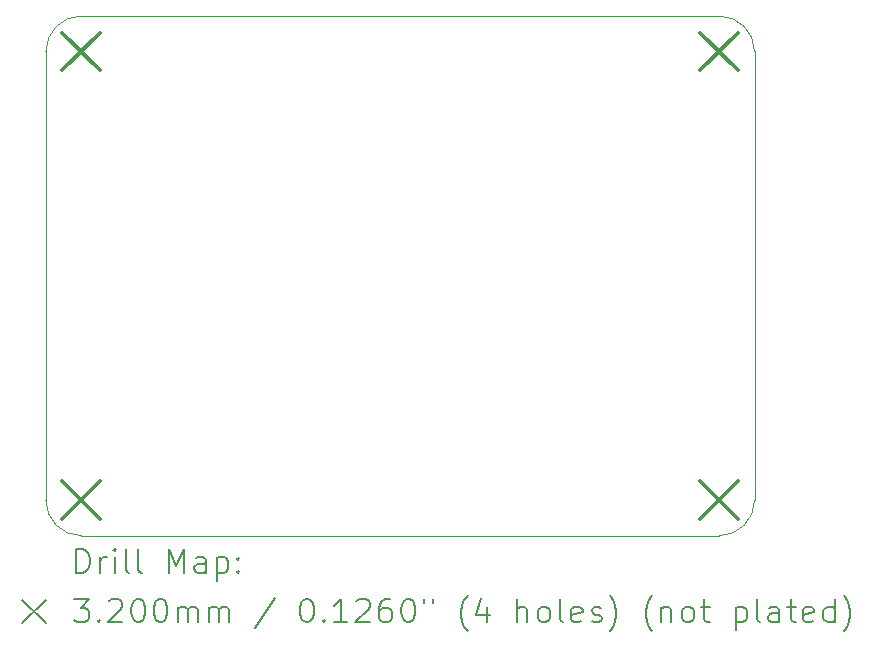
<source format=gbr>
%TF.GenerationSoftware,KiCad,Pcbnew,9.0.1*%
%TF.CreationDate,2025-05-07T20:41:23+02:00*%
%TF.ProjectId,resistive-BMS-4s,72657369-7374-4697-9665-2d424d532d34,rev?*%
%TF.SameCoordinates,Original*%
%TF.FileFunction,Drillmap*%
%TF.FilePolarity,Positive*%
%FSLAX45Y45*%
G04 Gerber Fmt 4.5, Leading zero omitted, Abs format (unit mm)*
G04 Created by KiCad (PCBNEW 9.0.1) date 2025-05-07 20:41:23*
%MOMM*%
%LPD*%
G01*
G04 APERTURE LIST*
%ADD10C,0.050000*%
%ADD11C,0.200000*%
%ADD12C,0.320000*%
G04 APERTURE END LIST*
D10*
X7000000Y-11900000D02*
X7000000Y-8100000D01*
X7300000Y-12200000D02*
G75*
G02*
X7000000Y-11900000I0J300000D01*
G01*
X13000000Y-8100000D02*
X13000000Y-11900000D01*
X12700000Y-12200000D02*
X7300000Y-12200000D01*
X7300000Y-7800000D02*
X12700000Y-7800000D01*
X12700000Y-7800000D02*
G75*
G02*
X13000000Y-8100000I0J-300000D01*
G01*
X13000000Y-11900000D02*
G75*
G02*
X12700000Y-12200000I-300000J0D01*
G01*
X7000000Y-8100000D02*
G75*
G02*
X7300000Y-7800000I300000J0D01*
G01*
D11*
D12*
X7140000Y-7940000D02*
X7460000Y-8260000D01*
X7460000Y-7940000D02*
X7140000Y-8260000D01*
X7140000Y-11740000D02*
X7460000Y-12060000D01*
X7460000Y-11740000D02*
X7140000Y-12060000D01*
X12540000Y-7940000D02*
X12860000Y-8260000D01*
X12860000Y-7940000D02*
X12540000Y-8260000D01*
X12540000Y-11740000D02*
X12860000Y-12060000D01*
X12860000Y-11740000D02*
X12540000Y-12060000D01*
D11*
X7258277Y-12513984D02*
X7258277Y-12313984D01*
X7258277Y-12313984D02*
X7305896Y-12313984D01*
X7305896Y-12313984D02*
X7334467Y-12323508D01*
X7334467Y-12323508D02*
X7353515Y-12342555D01*
X7353515Y-12342555D02*
X7363039Y-12361603D01*
X7363039Y-12361603D02*
X7372562Y-12399698D01*
X7372562Y-12399698D02*
X7372562Y-12428269D01*
X7372562Y-12428269D02*
X7363039Y-12466365D01*
X7363039Y-12466365D02*
X7353515Y-12485412D01*
X7353515Y-12485412D02*
X7334467Y-12504460D01*
X7334467Y-12504460D02*
X7305896Y-12513984D01*
X7305896Y-12513984D02*
X7258277Y-12513984D01*
X7458277Y-12513984D02*
X7458277Y-12380650D01*
X7458277Y-12418746D02*
X7467801Y-12399698D01*
X7467801Y-12399698D02*
X7477324Y-12390174D01*
X7477324Y-12390174D02*
X7496372Y-12380650D01*
X7496372Y-12380650D02*
X7515420Y-12380650D01*
X7582086Y-12513984D02*
X7582086Y-12380650D01*
X7582086Y-12313984D02*
X7572562Y-12323508D01*
X7572562Y-12323508D02*
X7582086Y-12333031D01*
X7582086Y-12333031D02*
X7591610Y-12323508D01*
X7591610Y-12323508D02*
X7582086Y-12313984D01*
X7582086Y-12313984D02*
X7582086Y-12333031D01*
X7705896Y-12513984D02*
X7686848Y-12504460D01*
X7686848Y-12504460D02*
X7677324Y-12485412D01*
X7677324Y-12485412D02*
X7677324Y-12313984D01*
X7810658Y-12513984D02*
X7791610Y-12504460D01*
X7791610Y-12504460D02*
X7782086Y-12485412D01*
X7782086Y-12485412D02*
X7782086Y-12313984D01*
X8039229Y-12513984D02*
X8039229Y-12313984D01*
X8039229Y-12313984D02*
X8105896Y-12456841D01*
X8105896Y-12456841D02*
X8172562Y-12313984D01*
X8172562Y-12313984D02*
X8172562Y-12513984D01*
X8353515Y-12513984D02*
X8353515Y-12409222D01*
X8353515Y-12409222D02*
X8343991Y-12390174D01*
X8343991Y-12390174D02*
X8324943Y-12380650D01*
X8324943Y-12380650D02*
X8286848Y-12380650D01*
X8286848Y-12380650D02*
X8267801Y-12390174D01*
X8353515Y-12504460D02*
X8334467Y-12513984D01*
X8334467Y-12513984D02*
X8286848Y-12513984D01*
X8286848Y-12513984D02*
X8267801Y-12504460D01*
X8267801Y-12504460D02*
X8258277Y-12485412D01*
X8258277Y-12485412D02*
X8258277Y-12466365D01*
X8258277Y-12466365D02*
X8267801Y-12447317D01*
X8267801Y-12447317D02*
X8286848Y-12437793D01*
X8286848Y-12437793D02*
X8334467Y-12437793D01*
X8334467Y-12437793D02*
X8353515Y-12428269D01*
X8448753Y-12380650D02*
X8448753Y-12580650D01*
X8448753Y-12390174D02*
X8467801Y-12380650D01*
X8467801Y-12380650D02*
X8505896Y-12380650D01*
X8505896Y-12380650D02*
X8524944Y-12390174D01*
X8524944Y-12390174D02*
X8534467Y-12399698D01*
X8534467Y-12399698D02*
X8543991Y-12418746D01*
X8543991Y-12418746D02*
X8543991Y-12475888D01*
X8543991Y-12475888D02*
X8534467Y-12494936D01*
X8534467Y-12494936D02*
X8524944Y-12504460D01*
X8524944Y-12504460D02*
X8505896Y-12513984D01*
X8505896Y-12513984D02*
X8467801Y-12513984D01*
X8467801Y-12513984D02*
X8448753Y-12504460D01*
X8629705Y-12494936D02*
X8639229Y-12504460D01*
X8639229Y-12504460D02*
X8629705Y-12513984D01*
X8629705Y-12513984D02*
X8620182Y-12504460D01*
X8620182Y-12504460D02*
X8629705Y-12494936D01*
X8629705Y-12494936D02*
X8629705Y-12513984D01*
X8629705Y-12390174D02*
X8639229Y-12399698D01*
X8639229Y-12399698D02*
X8629705Y-12409222D01*
X8629705Y-12409222D02*
X8620182Y-12399698D01*
X8620182Y-12399698D02*
X8629705Y-12390174D01*
X8629705Y-12390174D02*
X8629705Y-12409222D01*
X6797500Y-12742500D02*
X6997500Y-12942500D01*
X6997500Y-12742500D02*
X6797500Y-12942500D01*
X7239229Y-12733984D02*
X7363039Y-12733984D01*
X7363039Y-12733984D02*
X7296372Y-12810174D01*
X7296372Y-12810174D02*
X7324943Y-12810174D01*
X7324943Y-12810174D02*
X7343991Y-12819698D01*
X7343991Y-12819698D02*
X7353515Y-12829222D01*
X7353515Y-12829222D02*
X7363039Y-12848269D01*
X7363039Y-12848269D02*
X7363039Y-12895888D01*
X7363039Y-12895888D02*
X7353515Y-12914936D01*
X7353515Y-12914936D02*
X7343991Y-12924460D01*
X7343991Y-12924460D02*
X7324943Y-12933984D01*
X7324943Y-12933984D02*
X7267801Y-12933984D01*
X7267801Y-12933984D02*
X7248753Y-12924460D01*
X7248753Y-12924460D02*
X7239229Y-12914936D01*
X7448753Y-12914936D02*
X7458277Y-12924460D01*
X7458277Y-12924460D02*
X7448753Y-12933984D01*
X7448753Y-12933984D02*
X7439229Y-12924460D01*
X7439229Y-12924460D02*
X7448753Y-12914936D01*
X7448753Y-12914936D02*
X7448753Y-12933984D01*
X7534467Y-12753031D02*
X7543991Y-12743508D01*
X7543991Y-12743508D02*
X7563039Y-12733984D01*
X7563039Y-12733984D02*
X7610658Y-12733984D01*
X7610658Y-12733984D02*
X7629705Y-12743508D01*
X7629705Y-12743508D02*
X7639229Y-12753031D01*
X7639229Y-12753031D02*
X7648753Y-12772079D01*
X7648753Y-12772079D02*
X7648753Y-12791127D01*
X7648753Y-12791127D02*
X7639229Y-12819698D01*
X7639229Y-12819698D02*
X7524943Y-12933984D01*
X7524943Y-12933984D02*
X7648753Y-12933984D01*
X7772562Y-12733984D02*
X7791610Y-12733984D01*
X7791610Y-12733984D02*
X7810658Y-12743508D01*
X7810658Y-12743508D02*
X7820182Y-12753031D01*
X7820182Y-12753031D02*
X7829705Y-12772079D01*
X7829705Y-12772079D02*
X7839229Y-12810174D01*
X7839229Y-12810174D02*
X7839229Y-12857793D01*
X7839229Y-12857793D02*
X7829705Y-12895888D01*
X7829705Y-12895888D02*
X7820182Y-12914936D01*
X7820182Y-12914936D02*
X7810658Y-12924460D01*
X7810658Y-12924460D02*
X7791610Y-12933984D01*
X7791610Y-12933984D02*
X7772562Y-12933984D01*
X7772562Y-12933984D02*
X7753515Y-12924460D01*
X7753515Y-12924460D02*
X7743991Y-12914936D01*
X7743991Y-12914936D02*
X7734467Y-12895888D01*
X7734467Y-12895888D02*
X7724943Y-12857793D01*
X7724943Y-12857793D02*
X7724943Y-12810174D01*
X7724943Y-12810174D02*
X7734467Y-12772079D01*
X7734467Y-12772079D02*
X7743991Y-12753031D01*
X7743991Y-12753031D02*
X7753515Y-12743508D01*
X7753515Y-12743508D02*
X7772562Y-12733984D01*
X7963039Y-12733984D02*
X7982086Y-12733984D01*
X7982086Y-12733984D02*
X8001134Y-12743508D01*
X8001134Y-12743508D02*
X8010658Y-12753031D01*
X8010658Y-12753031D02*
X8020182Y-12772079D01*
X8020182Y-12772079D02*
X8029705Y-12810174D01*
X8029705Y-12810174D02*
X8029705Y-12857793D01*
X8029705Y-12857793D02*
X8020182Y-12895888D01*
X8020182Y-12895888D02*
X8010658Y-12914936D01*
X8010658Y-12914936D02*
X8001134Y-12924460D01*
X8001134Y-12924460D02*
X7982086Y-12933984D01*
X7982086Y-12933984D02*
X7963039Y-12933984D01*
X7963039Y-12933984D02*
X7943991Y-12924460D01*
X7943991Y-12924460D02*
X7934467Y-12914936D01*
X7934467Y-12914936D02*
X7924943Y-12895888D01*
X7924943Y-12895888D02*
X7915420Y-12857793D01*
X7915420Y-12857793D02*
X7915420Y-12810174D01*
X7915420Y-12810174D02*
X7924943Y-12772079D01*
X7924943Y-12772079D02*
X7934467Y-12753031D01*
X7934467Y-12753031D02*
X7943991Y-12743508D01*
X7943991Y-12743508D02*
X7963039Y-12733984D01*
X8115420Y-12933984D02*
X8115420Y-12800650D01*
X8115420Y-12819698D02*
X8124943Y-12810174D01*
X8124943Y-12810174D02*
X8143991Y-12800650D01*
X8143991Y-12800650D02*
X8172563Y-12800650D01*
X8172563Y-12800650D02*
X8191610Y-12810174D01*
X8191610Y-12810174D02*
X8201134Y-12829222D01*
X8201134Y-12829222D02*
X8201134Y-12933984D01*
X8201134Y-12829222D02*
X8210658Y-12810174D01*
X8210658Y-12810174D02*
X8229705Y-12800650D01*
X8229705Y-12800650D02*
X8258277Y-12800650D01*
X8258277Y-12800650D02*
X8277324Y-12810174D01*
X8277324Y-12810174D02*
X8286848Y-12829222D01*
X8286848Y-12829222D02*
X8286848Y-12933984D01*
X8382086Y-12933984D02*
X8382086Y-12800650D01*
X8382086Y-12819698D02*
X8391610Y-12810174D01*
X8391610Y-12810174D02*
X8410658Y-12800650D01*
X8410658Y-12800650D02*
X8439229Y-12800650D01*
X8439229Y-12800650D02*
X8458277Y-12810174D01*
X8458277Y-12810174D02*
X8467801Y-12829222D01*
X8467801Y-12829222D02*
X8467801Y-12933984D01*
X8467801Y-12829222D02*
X8477325Y-12810174D01*
X8477325Y-12810174D02*
X8496372Y-12800650D01*
X8496372Y-12800650D02*
X8524944Y-12800650D01*
X8524944Y-12800650D02*
X8543991Y-12810174D01*
X8543991Y-12810174D02*
X8553515Y-12829222D01*
X8553515Y-12829222D02*
X8553515Y-12933984D01*
X8943991Y-12724460D02*
X8772563Y-12981603D01*
X9201134Y-12733984D02*
X9220182Y-12733984D01*
X9220182Y-12733984D02*
X9239229Y-12743508D01*
X9239229Y-12743508D02*
X9248753Y-12753031D01*
X9248753Y-12753031D02*
X9258277Y-12772079D01*
X9258277Y-12772079D02*
X9267801Y-12810174D01*
X9267801Y-12810174D02*
X9267801Y-12857793D01*
X9267801Y-12857793D02*
X9258277Y-12895888D01*
X9258277Y-12895888D02*
X9248753Y-12914936D01*
X9248753Y-12914936D02*
X9239229Y-12924460D01*
X9239229Y-12924460D02*
X9220182Y-12933984D01*
X9220182Y-12933984D02*
X9201134Y-12933984D01*
X9201134Y-12933984D02*
X9182087Y-12924460D01*
X9182087Y-12924460D02*
X9172563Y-12914936D01*
X9172563Y-12914936D02*
X9163039Y-12895888D01*
X9163039Y-12895888D02*
X9153515Y-12857793D01*
X9153515Y-12857793D02*
X9153515Y-12810174D01*
X9153515Y-12810174D02*
X9163039Y-12772079D01*
X9163039Y-12772079D02*
X9172563Y-12753031D01*
X9172563Y-12753031D02*
X9182087Y-12743508D01*
X9182087Y-12743508D02*
X9201134Y-12733984D01*
X9353515Y-12914936D02*
X9363039Y-12924460D01*
X9363039Y-12924460D02*
X9353515Y-12933984D01*
X9353515Y-12933984D02*
X9343991Y-12924460D01*
X9343991Y-12924460D02*
X9353515Y-12914936D01*
X9353515Y-12914936D02*
X9353515Y-12933984D01*
X9553515Y-12933984D02*
X9439229Y-12933984D01*
X9496372Y-12933984D02*
X9496372Y-12733984D01*
X9496372Y-12733984D02*
X9477325Y-12762555D01*
X9477325Y-12762555D02*
X9458277Y-12781603D01*
X9458277Y-12781603D02*
X9439229Y-12791127D01*
X9629706Y-12753031D02*
X9639229Y-12743508D01*
X9639229Y-12743508D02*
X9658277Y-12733984D01*
X9658277Y-12733984D02*
X9705896Y-12733984D01*
X9705896Y-12733984D02*
X9724944Y-12743508D01*
X9724944Y-12743508D02*
X9734468Y-12753031D01*
X9734468Y-12753031D02*
X9743991Y-12772079D01*
X9743991Y-12772079D02*
X9743991Y-12791127D01*
X9743991Y-12791127D02*
X9734468Y-12819698D01*
X9734468Y-12819698D02*
X9620182Y-12933984D01*
X9620182Y-12933984D02*
X9743991Y-12933984D01*
X9915420Y-12733984D02*
X9877325Y-12733984D01*
X9877325Y-12733984D02*
X9858277Y-12743508D01*
X9858277Y-12743508D02*
X9848753Y-12753031D01*
X9848753Y-12753031D02*
X9829706Y-12781603D01*
X9829706Y-12781603D02*
X9820182Y-12819698D01*
X9820182Y-12819698D02*
X9820182Y-12895888D01*
X9820182Y-12895888D02*
X9829706Y-12914936D01*
X9829706Y-12914936D02*
X9839229Y-12924460D01*
X9839229Y-12924460D02*
X9858277Y-12933984D01*
X9858277Y-12933984D02*
X9896372Y-12933984D01*
X9896372Y-12933984D02*
X9915420Y-12924460D01*
X9915420Y-12924460D02*
X9924944Y-12914936D01*
X9924944Y-12914936D02*
X9934468Y-12895888D01*
X9934468Y-12895888D02*
X9934468Y-12848269D01*
X9934468Y-12848269D02*
X9924944Y-12829222D01*
X9924944Y-12829222D02*
X9915420Y-12819698D01*
X9915420Y-12819698D02*
X9896372Y-12810174D01*
X9896372Y-12810174D02*
X9858277Y-12810174D01*
X9858277Y-12810174D02*
X9839229Y-12819698D01*
X9839229Y-12819698D02*
X9829706Y-12829222D01*
X9829706Y-12829222D02*
X9820182Y-12848269D01*
X10058277Y-12733984D02*
X10077325Y-12733984D01*
X10077325Y-12733984D02*
X10096372Y-12743508D01*
X10096372Y-12743508D02*
X10105896Y-12753031D01*
X10105896Y-12753031D02*
X10115420Y-12772079D01*
X10115420Y-12772079D02*
X10124944Y-12810174D01*
X10124944Y-12810174D02*
X10124944Y-12857793D01*
X10124944Y-12857793D02*
X10115420Y-12895888D01*
X10115420Y-12895888D02*
X10105896Y-12914936D01*
X10105896Y-12914936D02*
X10096372Y-12924460D01*
X10096372Y-12924460D02*
X10077325Y-12933984D01*
X10077325Y-12933984D02*
X10058277Y-12933984D01*
X10058277Y-12933984D02*
X10039229Y-12924460D01*
X10039229Y-12924460D02*
X10029706Y-12914936D01*
X10029706Y-12914936D02*
X10020182Y-12895888D01*
X10020182Y-12895888D02*
X10010658Y-12857793D01*
X10010658Y-12857793D02*
X10010658Y-12810174D01*
X10010658Y-12810174D02*
X10020182Y-12772079D01*
X10020182Y-12772079D02*
X10029706Y-12753031D01*
X10029706Y-12753031D02*
X10039229Y-12743508D01*
X10039229Y-12743508D02*
X10058277Y-12733984D01*
X10201134Y-12733984D02*
X10201134Y-12772079D01*
X10277325Y-12733984D02*
X10277325Y-12772079D01*
X10572563Y-13010174D02*
X10563039Y-13000650D01*
X10563039Y-13000650D02*
X10543991Y-12972079D01*
X10543991Y-12972079D02*
X10534468Y-12953031D01*
X10534468Y-12953031D02*
X10524944Y-12924460D01*
X10524944Y-12924460D02*
X10515420Y-12876841D01*
X10515420Y-12876841D02*
X10515420Y-12838746D01*
X10515420Y-12838746D02*
X10524944Y-12791127D01*
X10524944Y-12791127D02*
X10534468Y-12762555D01*
X10534468Y-12762555D02*
X10543991Y-12743508D01*
X10543991Y-12743508D02*
X10563039Y-12714936D01*
X10563039Y-12714936D02*
X10572563Y-12705412D01*
X10734468Y-12800650D02*
X10734468Y-12933984D01*
X10686849Y-12724460D02*
X10639230Y-12867317D01*
X10639230Y-12867317D02*
X10763039Y-12867317D01*
X10991611Y-12933984D02*
X10991611Y-12733984D01*
X11077325Y-12933984D02*
X11077325Y-12829222D01*
X11077325Y-12829222D02*
X11067801Y-12810174D01*
X11067801Y-12810174D02*
X11048753Y-12800650D01*
X11048753Y-12800650D02*
X11020182Y-12800650D01*
X11020182Y-12800650D02*
X11001134Y-12810174D01*
X11001134Y-12810174D02*
X10991611Y-12819698D01*
X11201134Y-12933984D02*
X11182087Y-12924460D01*
X11182087Y-12924460D02*
X11172563Y-12914936D01*
X11172563Y-12914936D02*
X11163039Y-12895888D01*
X11163039Y-12895888D02*
X11163039Y-12838746D01*
X11163039Y-12838746D02*
X11172563Y-12819698D01*
X11172563Y-12819698D02*
X11182087Y-12810174D01*
X11182087Y-12810174D02*
X11201134Y-12800650D01*
X11201134Y-12800650D02*
X11229706Y-12800650D01*
X11229706Y-12800650D02*
X11248753Y-12810174D01*
X11248753Y-12810174D02*
X11258277Y-12819698D01*
X11258277Y-12819698D02*
X11267801Y-12838746D01*
X11267801Y-12838746D02*
X11267801Y-12895888D01*
X11267801Y-12895888D02*
X11258277Y-12914936D01*
X11258277Y-12914936D02*
X11248753Y-12924460D01*
X11248753Y-12924460D02*
X11229706Y-12933984D01*
X11229706Y-12933984D02*
X11201134Y-12933984D01*
X11382087Y-12933984D02*
X11363039Y-12924460D01*
X11363039Y-12924460D02*
X11353515Y-12905412D01*
X11353515Y-12905412D02*
X11353515Y-12733984D01*
X11534468Y-12924460D02*
X11515420Y-12933984D01*
X11515420Y-12933984D02*
X11477325Y-12933984D01*
X11477325Y-12933984D02*
X11458277Y-12924460D01*
X11458277Y-12924460D02*
X11448753Y-12905412D01*
X11448753Y-12905412D02*
X11448753Y-12829222D01*
X11448753Y-12829222D02*
X11458277Y-12810174D01*
X11458277Y-12810174D02*
X11477325Y-12800650D01*
X11477325Y-12800650D02*
X11515420Y-12800650D01*
X11515420Y-12800650D02*
X11534468Y-12810174D01*
X11534468Y-12810174D02*
X11543991Y-12829222D01*
X11543991Y-12829222D02*
X11543991Y-12848269D01*
X11543991Y-12848269D02*
X11448753Y-12867317D01*
X11620182Y-12924460D02*
X11639230Y-12933984D01*
X11639230Y-12933984D02*
X11677325Y-12933984D01*
X11677325Y-12933984D02*
X11696372Y-12924460D01*
X11696372Y-12924460D02*
X11705896Y-12905412D01*
X11705896Y-12905412D02*
X11705896Y-12895888D01*
X11705896Y-12895888D02*
X11696372Y-12876841D01*
X11696372Y-12876841D02*
X11677325Y-12867317D01*
X11677325Y-12867317D02*
X11648753Y-12867317D01*
X11648753Y-12867317D02*
X11629706Y-12857793D01*
X11629706Y-12857793D02*
X11620182Y-12838746D01*
X11620182Y-12838746D02*
X11620182Y-12829222D01*
X11620182Y-12829222D02*
X11629706Y-12810174D01*
X11629706Y-12810174D02*
X11648753Y-12800650D01*
X11648753Y-12800650D02*
X11677325Y-12800650D01*
X11677325Y-12800650D02*
X11696372Y-12810174D01*
X11772563Y-13010174D02*
X11782087Y-13000650D01*
X11782087Y-13000650D02*
X11801134Y-12972079D01*
X11801134Y-12972079D02*
X11810658Y-12953031D01*
X11810658Y-12953031D02*
X11820182Y-12924460D01*
X11820182Y-12924460D02*
X11829706Y-12876841D01*
X11829706Y-12876841D02*
X11829706Y-12838746D01*
X11829706Y-12838746D02*
X11820182Y-12791127D01*
X11820182Y-12791127D02*
X11810658Y-12762555D01*
X11810658Y-12762555D02*
X11801134Y-12743508D01*
X11801134Y-12743508D02*
X11782087Y-12714936D01*
X11782087Y-12714936D02*
X11772563Y-12705412D01*
X12134468Y-13010174D02*
X12124944Y-13000650D01*
X12124944Y-13000650D02*
X12105896Y-12972079D01*
X12105896Y-12972079D02*
X12096372Y-12953031D01*
X12096372Y-12953031D02*
X12086849Y-12924460D01*
X12086849Y-12924460D02*
X12077325Y-12876841D01*
X12077325Y-12876841D02*
X12077325Y-12838746D01*
X12077325Y-12838746D02*
X12086849Y-12791127D01*
X12086849Y-12791127D02*
X12096372Y-12762555D01*
X12096372Y-12762555D02*
X12105896Y-12743508D01*
X12105896Y-12743508D02*
X12124944Y-12714936D01*
X12124944Y-12714936D02*
X12134468Y-12705412D01*
X12210658Y-12800650D02*
X12210658Y-12933984D01*
X12210658Y-12819698D02*
X12220182Y-12810174D01*
X12220182Y-12810174D02*
X12239230Y-12800650D01*
X12239230Y-12800650D02*
X12267801Y-12800650D01*
X12267801Y-12800650D02*
X12286849Y-12810174D01*
X12286849Y-12810174D02*
X12296372Y-12829222D01*
X12296372Y-12829222D02*
X12296372Y-12933984D01*
X12420182Y-12933984D02*
X12401134Y-12924460D01*
X12401134Y-12924460D02*
X12391611Y-12914936D01*
X12391611Y-12914936D02*
X12382087Y-12895888D01*
X12382087Y-12895888D02*
X12382087Y-12838746D01*
X12382087Y-12838746D02*
X12391611Y-12819698D01*
X12391611Y-12819698D02*
X12401134Y-12810174D01*
X12401134Y-12810174D02*
X12420182Y-12800650D01*
X12420182Y-12800650D02*
X12448753Y-12800650D01*
X12448753Y-12800650D02*
X12467801Y-12810174D01*
X12467801Y-12810174D02*
X12477325Y-12819698D01*
X12477325Y-12819698D02*
X12486849Y-12838746D01*
X12486849Y-12838746D02*
X12486849Y-12895888D01*
X12486849Y-12895888D02*
X12477325Y-12914936D01*
X12477325Y-12914936D02*
X12467801Y-12924460D01*
X12467801Y-12924460D02*
X12448753Y-12933984D01*
X12448753Y-12933984D02*
X12420182Y-12933984D01*
X12543992Y-12800650D02*
X12620182Y-12800650D01*
X12572563Y-12733984D02*
X12572563Y-12905412D01*
X12572563Y-12905412D02*
X12582087Y-12924460D01*
X12582087Y-12924460D02*
X12601134Y-12933984D01*
X12601134Y-12933984D02*
X12620182Y-12933984D01*
X12839230Y-12800650D02*
X12839230Y-13000650D01*
X12839230Y-12810174D02*
X12858277Y-12800650D01*
X12858277Y-12800650D02*
X12896373Y-12800650D01*
X12896373Y-12800650D02*
X12915420Y-12810174D01*
X12915420Y-12810174D02*
X12924944Y-12819698D01*
X12924944Y-12819698D02*
X12934468Y-12838746D01*
X12934468Y-12838746D02*
X12934468Y-12895888D01*
X12934468Y-12895888D02*
X12924944Y-12914936D01*
X12924944Y-12914936D02*
X12915420Y-12924460D01*
X12915420Y-12924460D02*
X12896373Y-12933984D01*
X12896373Y-12933984D02*
X12858277Y-12933984D01*
X12858277Y-12933984D02*
X12839230Y-12924460D01*
X13048753Y-12933984D02*
X13029706Y-12924460D01*
X13029706Y-12924460D02*
X13020182Y-12905412D01*
X13020182Y-12905412D02*
X13020182Y-12733984D01*
X13210658Y-12933984D02*
X13210658Y-12829222D01*
X13210658Y-12829222D02*
X13201134Y-12810174D01*
X13201134Y-12810174D02*
X13182087Y-12800650D01*
X13182087Y-12800650D02*
X13143992Y-12800650D01*
X13143992Y-12800650D02*
X13124944Y-12810174D01*
X13210658Y-12924460D02*
X13191611Y-12933984D01*
X13191611Y-12933984D02*
X13143992Y-12933984D01*
X13143992Y-12933984D02*
X13124944Y-12924460D01*
X13124944Y-12924460D02*
X13115420Y-12905412D01*
X13115420Y-12905412D02*
X13115420Y-12886365D01*
X13115420Y-12886365D02*
X13124944Y-12867317D01*
X13124944Y-12867317D02*
X13143992Y-12857793D01*
X13143992Y-12857793D02*
X13191611Y-12857793D01*
X13191611Y-12857793D02*
X13210658Y-12848269D01*
X13277325Y-12800650D02*
X13353515Y-12800650D01*
X13305896Y-12733984D02*
X13305896Y-12905412D01*
X13305896Y-12905412D02*
X13315420Y-12924460D01*
X13315420Y-12924460D02*
X13334468Y-12933984D01*
X13334468Y-12933984D02*
X13353515Y-12933984D01*
X13496373Y-12924460D02*
X13477325Y-12933984D01*
X13477325Y-12933984D02*
X13439230Y-12933984D01*
X13439230Y-12933984D02*
X13420182Y-12924460D01*
X13420182Y-12924460D02*
X13410658Y-12905412D01*
X13410658Y-12905412D02*
X13410658Y-12829222D01*
X13410658Y-12829222D02*
X13420182Y-12810174D01*
X13420182Y-12810174D02*
X13439230Y-12800650D01*
X13439230Y-12800650D02*
X13477325Y-12800650D01*
X13477325Y-12800650D02*
X13496373Y-12810174D01*
X13496373Y-12810174D02*
X13505896Y-12829222D01*
X13505896Y-12829222D02*
X13505896Y-12848269D01*
X13505896Y-12848269D02*
X13410658Y-12867317D01*
X13677325Y-12933984D02*
X13677325Y-12733984D01*
X13677325Y-12924460D02*
X13658277Y-12933984D01*
X13658277Y-12933984D02*
X13620182Y-12933984D01*
X13620182Y-12933984D02*
X13601134Y-12924460D01*
X13601134Y-12924460D02*
X13591611Y-12914936D01*
X13591611Y-12914936D02*
X13582087Y-12895888D01*
X13582087Y-12895888D02*
X13582087Y-12838746D01*
X13582087Y-12838746D02*
X13591611Y-12819698D01*
X13591611Y-12819698D02*
X13601134Y-12810174D01*
X13601134Y-12810174D02*
X13620182Y-12800650D01*
X13620182Y-12800650D02*
X13658277Y-12800650D01*
X13658277Y-12800650D02*
X13677325Y-12810174D01*
X13753515Y-13010174D02*
X13763039Y-13000650D01*
X13763039Y-13000650D02*
X13782087Y-12972079D01*
X13782087Y-12972079D02*
X13791611Y-12953031D01*
X13791611Y-12953031D02*
X13801134Y-12924460D01*
X13801134Y-12924460D02*
X13810658Y-12876841D01*
X13810658Y-12876841D02*
X13810658Y-12838746D01*
X13810658Y-12838746D02*
X13801134Y-12791127D01*
X13801134Y-12791127D02*
X13791611Y-12762555D01*
X13791611Y-12762555D02*
X13782087Y-12743508D01*
X13782087Y-12743508D02*
X13763039Y-12714936D01*
X13763039Y-12714936D02*
X13753515Y-12705412D01*
M02*

</source>
